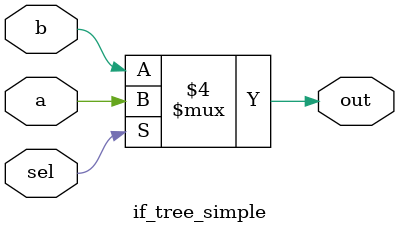
<source format=sv>
module if_tree_simple(
    input logic sel,
    input logic a,
    input logic b,
    output logic out
);

always_comb begin
    if (sel == 1'b1)
        out = a;
    else begin
        out = b;
    end
end

endmodule

</source>
